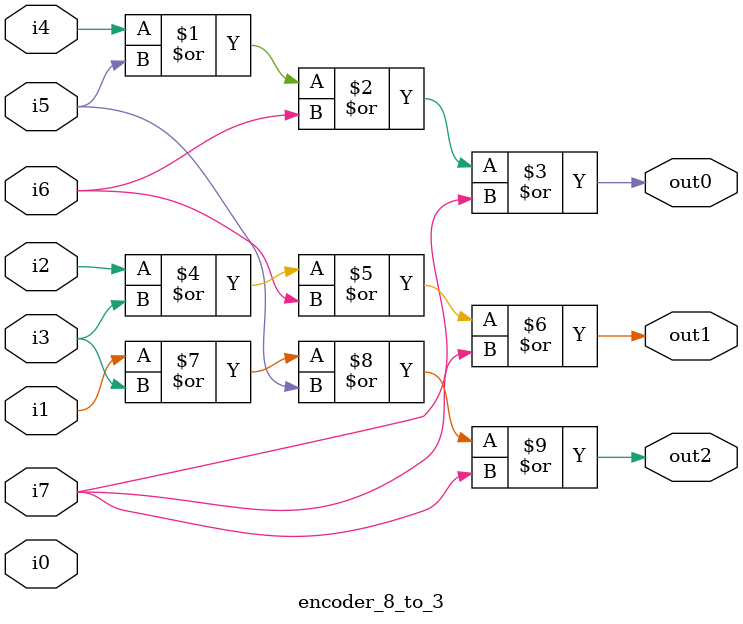
<source format=v>
module encoder_8_to_3(out0, out1, out2, i0, i1, i2, i3, i4, i5, i6, i7);
    input i0, i1, i2, i3, i4, i5, i6, i7;
    output out0, out1, out2;

    or(out0, i4, i5, i6, i7);
    or(out1, i2, i3, i6, i7);
    or(out2, i1, i3, i5, i7);
endmodule

</source>
